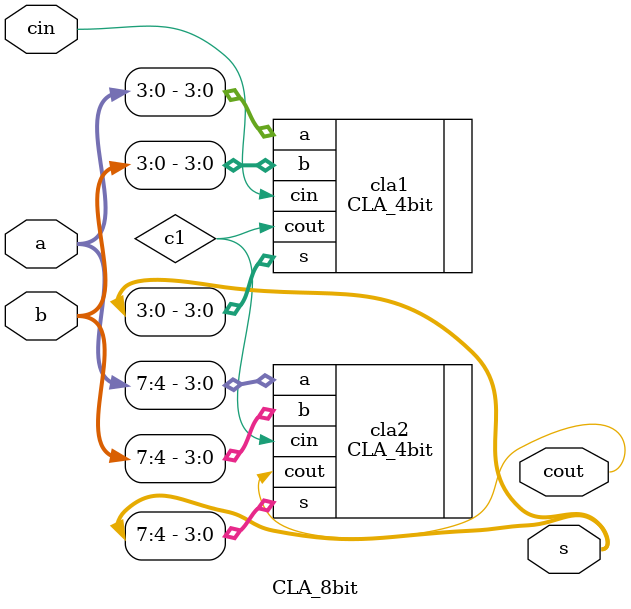
<source format=sv>
`timescale 1ns / 1ps


module CLA_8bit(
    input [7:0] a,
    input [7:0] b,
    input cin,
    output [7:0] s,
    output cout
    );
    logic c1;
    CLA_4bit cla1(.a(a[3:0]), .b(b[3:0]), .cin(cin), .s(s[3:0]), .cout(c1));
    CLA_4bit cla2(.a(a[7:4]), .b(b[7:4]), .cin(c1), .s(s[7:4]), .cout(cout));

endmodule
</source>
